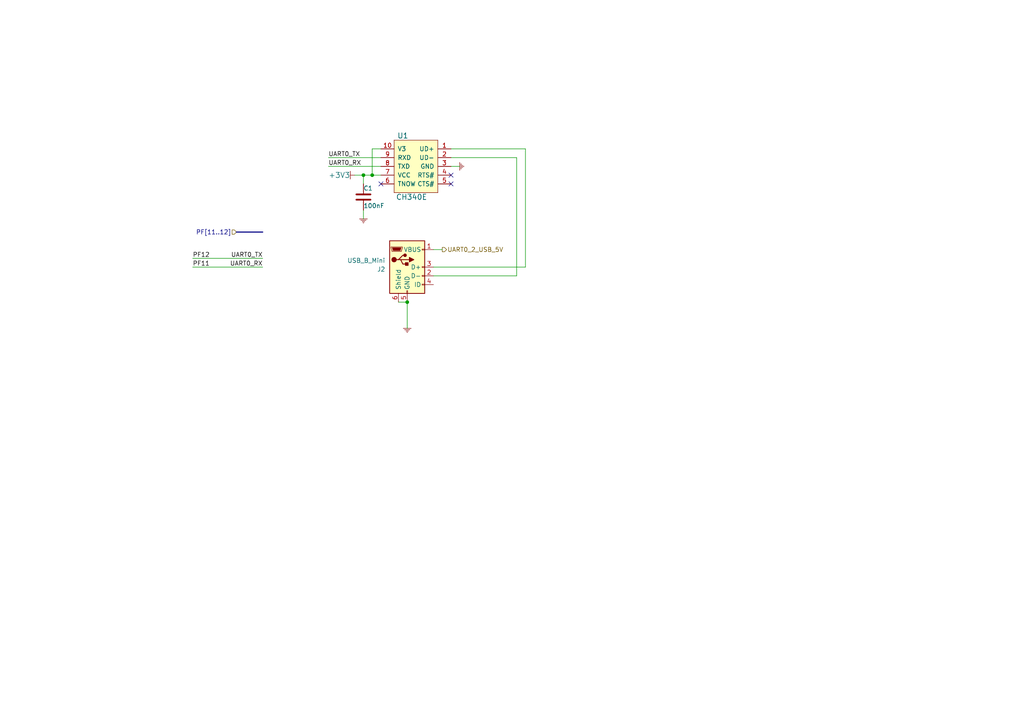
<source format=kicad_sch>
(kicad_sch (version 20230121) (generator eeschema)
  (paper "A4")
  (lib_symbols
    (symbol "0_power:+3V3" (power) (pin_names (offset 1.016))
      (property "Value" "+3V3" (at 0 1.27 0))
      (symbol "+3V3_0_1"
        (polyline (pts (xy -1.143 0) (xy 1.143 0)))
        (polyline (pts (xy 0 0) (xy 0 -1.27)))
      )
      (symbol "+3V3_1_1"
        (pin power_in line (at 0 -1.27 90) (length 0) hide (name "+3V3") (number "1"))
      )
    )
    (symbol "0_power:GND" (power) (pin_names (offset 1.016))
      (symbol "GND_0_1"
        (polyline (pts (xy -1.143 0) (xy 1.143 0)))
        (polyline (pts (xy -0.762 -0.381) (xy 0.762 -0.381)))
        (polyline (pts (xy -0.381 -0.762) (xy 0.381 -0.762)))
        (polyline (pts (xy -0.127 -1.143) (xy 0.127 -1.143)))
      )
      (symbol "GND_1_1"
        (pin power_in line (at 0 0 270) (length 0) hide (name "GND") (number "1"))
      )
    )
    (symbol "0_ungrouped:CH340E" (pin_names (offset 1.016))
      (property "Reference" "U" (at -2.54 8.89 0))
      (property "Value" "CH340E" (at 0 -8.89 0))
      (symbol "CH340E_0_1"
        (rectangle (start -6.35 7.62) (end 6.35 -7.62) (fill (type background)))
      )
      (symbol "CH340E_1_1"
        (pin passive line (at -10.16 5.08 0) (length 3.81) (name "UD+") (number "1"))
        (pin passive line (at 10.16 5.08 180) (length 3.81) (name "V3") (number "10"))
        (pin passive line (at -10.16 2.54 0) (length 3.81) (name "UD-") (number "2"))
        (pin passive line (at -10.16 0 0) (length 3.81) (name "GND") (number "3"))
        (pin passive line (at -10.16 -2.54 0) (length 3.81) (name "RTS#") (number "4"))
        (pin passive line (at -10.16 -5.08 0) (length 3.81) (name "CTS#") (number "5"))
        (pin passive line (at 10.16 -5.08 180) (length 3.81) (name "TNOW") (number "6"))
        (pin passive line (at 10.16 -2.54 180) (length 3.81) (name "VCC") (number "7"))
        (pin passive line (at 10.16 0 180) (length 3.81) (name "TXD") (number "8"))
        (pin passive line (at 10.16 2.54 180) (length 3.81) (name "RXD") (number "9"))
      )
    )
    (symbol "Connector:USB_B_Mini" (pin_names (offset 1.016))
      (property "Reference" "J" (at -5.08 11.43 0))
      (property "Value" "USB_B_Mini" (at -5.08 8.89 0))
      (symbol "USB_B_Mini_0_1"
        (rectangle (start -5.08 -7.62) (end 5.08 7.62) (stroke (width 0.254)) (fill (type background)))
        (circle (center -3.81 2.159) (radius 0.635) (stroke (width 0.254)) (fill (type outline)))
        (circle (center -0.635 3.429) (radius 0.381) (stroke (width 0.254)) (fill (type outline)))
        (rectangle (start -0.127 -7.62) (end 0.127 -6.858))
        (polyline (pts (xy -1.905 2.159) (xy 0.635 2.159)) (stroke (width 0.254)))
        (polyline (pts (xy -3.175 2.159) (xy -2.54 2.159) (xy -1.27 3.429) (xy -0.635 3.429)) (stroke (width 0.254)))
        (polyline (pts (xy -2.54 2.159) (xy -1.905 2.159) (xy -1.27 0.889) (xy 0 0.889)) (stroke (width 0.254)))
        (polyline (pts (xy 0.635 2.794) (xy 0.635 1.524) (xy 1.905 2.159) (xy 0.635 2.794)) (stroke (width 0.254)) (fill (type outline)))
        (polyline (pts (xy -4.318 5.588) (xy -1.778 5.588) (xy -2.032 4.826) (xy -4.064 4.826) (xy -4.318 5.588)) (fill (type outline)))
        (polyline (pts (xy -4.699 5.842) (xy -4.699 5.588) (xy -4.445 4.826) (xy -4.445 4.572) (xy -1.651 4.572) (xy -1.651 4.826) (xy -1.397 5.588) (xy -1.397 5.842) (xy -4.699 5.842)))
        (rectangle (start 0.254 1.27) (end -0.508 0.508) (stroke (width 0.254)) (fill (type outline)))
        (rectangle (start 5.08 -5.207) (end 4.318 -4.953))
        (rectangle (start 5.08 -2.667) (end 4.318 -2.413))
        (rectangle (start 5.08 -0.127) (end 4.318 0.127))
        (rectangle (start 5.08 4.953) (end 4.318 5.207))
      )
      (symbol "USB_B_Mini_1_1"
        (pin power_out line (at 7.62 5.08 180) (length 2.54) (name "VBUS") (number "1"))
        (pin bidirectional line (at 7.62 -2.54 180) (length 2.54) (name "D-") (number "2"))
        (pin bidirectional line (at 7.62 0 180) (length 2.54) (name "D+") (number "3"))
        (pin passive line (at 7.62 -5.08 180) (length 2.54) (name "ID") (number "4"))
        (pin power_out line (at 0 -10.16 90) (length 2.54) (name "GND") (number "5"))
        (pin passive line (at -2.54 -10.16 90) (length 2.54) (name "Shield") (number "6"))
      )
    )
    (symbol "Device:C" (pin_numbers hide) (pin_names (offset 0.254))
      (property "Reference" "C" (at 0.635 2.54 0))
      (property "Value" "C" (at 0.635 -2.54 0))
      (symbol "C_0_1"
        (polyline (pts (xy -2.032 -0.762) (xy 2.032 -0.762)) (stroke (width 0.508)))
        (polyline (pts (xy -2.032 0.762) (xy 2.032 0.762)) (stroke (width 0.508)))
      )
      (symbol "C_1_1"
        (pin passive line (at 0 3.81 270) (length 2.794) (name "~") (number "1"))
        (pin passive line (at 0 -3.81 90) (length 2.794) (name "~") (number "2"))
      )
    )
  )
  (junction (at 118.11 87.63))
  (junction (at 105.41 50.8))
  (junction (at 107.95 50.8))
  (no_connect (at 130.81 53.34))
  (no_connect (at 110.49 53.34))
  (no_connect (at 130.81 50.8))
  (wire (pts (xy 118.11 87.63) (xy 115.57 87.63)))
  (wire (pts (xy 125.73 77.47) (xy 152.4 77.47)))
  (wire (pts (xy 95.25 45.72) (xy 110.49 45.72)))
  (wire (pts (xy 102.87 50.8) (xy 105.41 50.8)))
  (wire (pts (xy 95.25 48.26) (xy 110.49 48.26)))
  (wire (pts (xy 105.41 50.8) (xy 105.41 53.34)))
  (wire (pts (xy 107.95 50.8) (xy 105.41 50.8)))
  (bus (pts (xy 68.58 67.31) (xy 76.2 67.31)))
  (wire (pts (xy 107.95 43.18) (xy 110.49 43.18)))
  (wire (pts (xy 55.88 74.93) (xy 76.2 74.93)))
  (wire (pts (xy 128.27 72.39) (xy 125.73 72.39)))
  (wire (pts (xy 118.11 87.63) (xy 118.11 95.25)))
  (wire (pts (xy 130.81 45.72) (xy 149.86 45.72)))
  (wire (pts (xy 133.35 48.26) (xy 130.81 48.26)))
  (wire (pts (xy 149.86 45.72) (xy 149.86 80.01)))
  (wire (pts (xy 107.95 50.8) (xy 107.95 43.18)))
  (wire (pts (xy 110.49 50.8) (xy 107.95 50.8)))
  (wire (pts (xy 105.41 60.96) (xy 105.41 63.5)))
  (wire (pts (xy 125.73 80.01) (xy 149.86 80.01)))
  (wire (pts (xy 152.4 43.18) (xy 130.81 43.18)))
  (wire (pts (xy 55.88 77.47) (xy 76.2 77.47)))
  (wire (pts (xy 152.4 77.47) (xy 152.4 43.18)))
  (label "PF12" (at 55.88 74.93 0))
  (label "UART0_TX" (at 95.25 45.72 0))
  (label "UART0_RX" (at 95.25 48.26 0))
  (label "PF11" (at 55.88 77.47 0))
  (label "UART0_RX" (at 76.2 77.47 180))
  (label "UART0_TX" (at 76.2 74.93 180))
  (hierarchical_label "UART0_2_USB_5V" (shape output) (at 128.27 72.39 0))
  (hierarchical_label "PF[11..12]" (shape input) (at 68.58 67.31 180))
  (symbol (lib_id "Connector:USB_B_Mini") (at 118.11 77.47 0) (unit 1)
    (property "Reference" "J2" (at 111.76 78.105 0) (effects (justify right)))
    (property "Value" "USB_B_Mini" (at 111.76 75.565 0) (effects (justify right)))
    (property "Footprint" "digikey-footprints:USB_Mini_B_Female_690-005-299-043" (effects hide))
    (instances (project "getting-started" (path "" (reference "J2") (unit 1))) (project "NUC980DKxxYx_Development_Board" (path "" (reference "J12") (unit 1)) (path "" (reference "J4") (unit 1))))
  )
  (symbol (lib_id "0_power:GND") (at 118.11 95.25 0) (unit 1)
    (property "Reference" "#PWR020" (effects hide))
    (property "Value" "GND" (effects hide))
    (instances (project "NUC980DKxxYx_Development_Board" (path "" (reference "#PWR020") (unit 1)) (path "" (reference "#PWR081") (unit 1))))
  )
  (symbol (lib_id "0_power:GND") (at 133.35 48.26 90) (unit 1)
    (property "Reference" "#PWR024" (effects hide))
    (property "Value" "GND" (effects hide))
  )
  (symbol (lib_id "0_power:GND") (at 105.41 63.5 0) (unit 1)
    (property "Reference" "#PWR023" (effects hide))
    (property "Value" "GND" (effects hide))
  )
  (symbol (lib_id "0_ungrouped:CH340E") (at 120.65 48.26 0) (mirror y) (unit 1)
    (property "Reference" "U1" (at 116.84 39.37 0) (effects (font (size 1.524 1.524))))
    (property "Value" "CH340E" (at 119.38 57.15 0) (effects (font (size 1.524 1.524))))
    (property "Footprint" "Package_SO:MSOP-10_3x3mm_P0.5mm" (effects hide))
  )
  (symbol (lib_id "Device:C") (at 105.41 57.15 0) (unit 1)
    (property "Reference" "C1" (at 105.41 54.61 0) (effects (justify left)))
    (property "Value" "100nF" (at 105.41 59.69 0) (effects (justify left)))
    (property "Footprint" "Capacitor_SMD:C_0805_2012Metric_Pad1.18x1.45mm_HandSolder" (effects hide))
  )
  (symbol (lib_id "0_power:+3V3") (at 101.6 50.8 90) (unit 1)
    (property "Reference" "#PWR022" (effects hide))
    (property "Value" "+3V3" (at 101.6 50.8 90) (effects (font (size 1.524 1.524)) (justify left)))
  )
)
</source>
